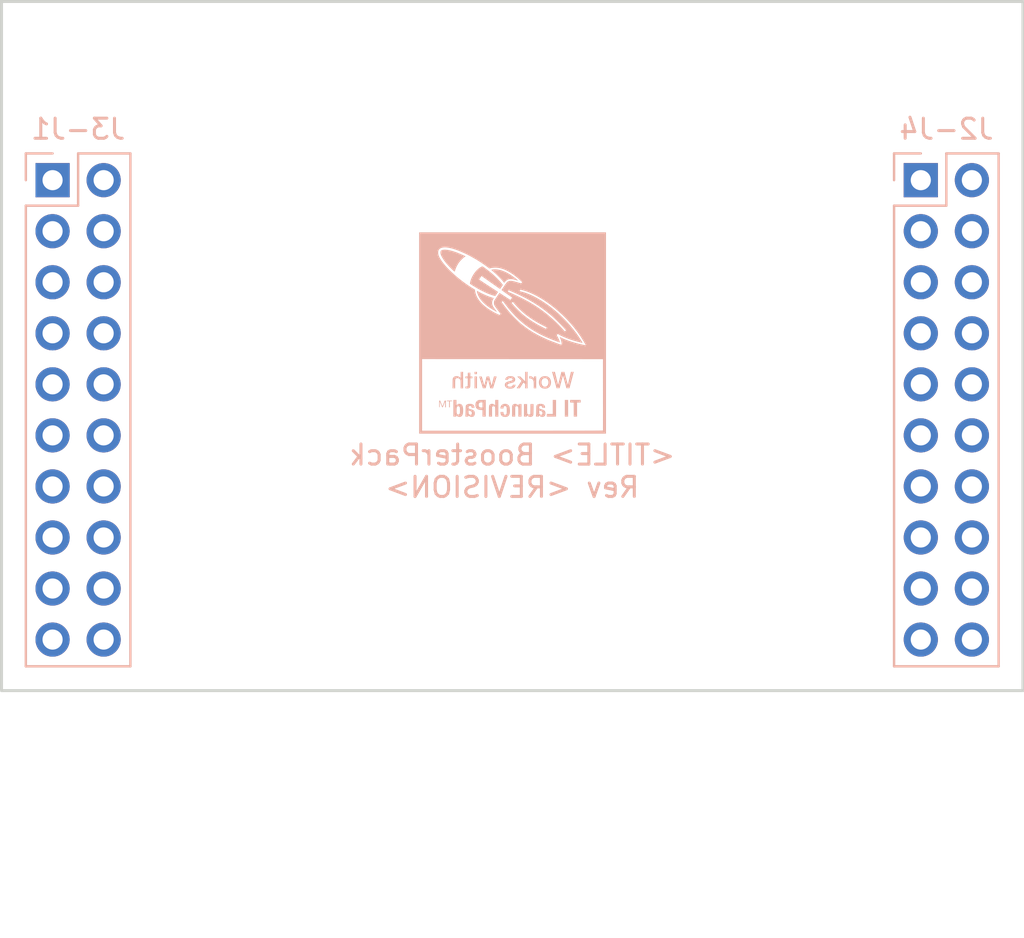
<source format=kicad_pcb>
(kicad_pcb (version 20211014) (generator pcbnew)
  (title_block (title "<TITLE>") (rev "<REVISION>"))
  (layers (0 "F.Cu" signal) (31 "B.Cu" signal) (34 "B.Paste" user) (35 "F.Paste" user) (36 "B.SilkS" user "B.Silkscreen") (37 "F.SilkS" user "F.Silkscreen") (38 "B.Mask" user) (39 "F.Mask" user) (44 "Edge.Cuts" user))
  (net 0 "")
  (net 1 "/D[10]{slash}SDA")
  (net 2 "/D[9]{slash}SCL")
  (net 3 "/D[8]")
  (net 4 "/D[7]{slash}SPI.CLK")
  (net 5 "/D[5]")
  (net 6 "/D[4]{slash}UART.TX")
  (net 7 "/D[3]{slash}UART.RX")
  (net 8 "+3V3")
  (net 9 "/D[11]")
  (net 10 "/D[12]{slash}SPI.CS")
  (net 11 "/D[13]{slash}SPI.CS")
  (net 12 "/D[14]{slash}SPI.MISO")
  (net 13 "/D[15]{slash}SPI.MOSI")
  (net 14 "/RST{slash}D[16]")
  (net 15 "/D[17]")
  (net 16 "/D[18]{slash}SPI.CS")
  (net 17 "/*D[19]")
  (net 18 "GND")
  (net 19 "/D[30]{slash}DAC")
  (net 20 "/D[29]{slash}DAC")
  (net 21 "/D[28]{slash}ADC")
  (net 22 "/D[27]{slash}ADC")
  (net 23 "/D[26]{slash}ADC")
  (net 24 "/D[6]{slash}ADC")
  (net 25 "/D[25]{slash}ADC")
  (net 26 "/D[24]{slash}ADC")
  (net 27 "/D[23]{slash}ADC")
  (net 28 "/D[2]{slash}ADC")
  (net 29 "+5V")
  (net 30 "/D[31]")
  (net 31 "/D[32]")
  (net 32 "/D[33]")
  (net 33 "/D[34]")
  (net 34 "/D[35]{slash}TC")
  (net 35 "/D[36]{slash}TC")
  (net 36 "/*D[37]")
  (net 37 "/*D[38]")
  (net 38 "/*D[39]")
  (net 39 "/*D[40]")
  (footprint "Connector_PinSocket_2.54mm:PinSocket_2x10_P2.54mm_Vertical" (layer "B.Cu") (at 102.54 74.6 180)
    (fp_text reference "J3-J1" (at -1.27 2.54) (layer "B.SilkS") (effects (justify mirror)))
    (fp_text value "Conn_01x10" hide)
    (pad "1" thru_hole rect locked (at 0 0 180) (size 1.7 1.7) (drill 1) (layers *.Cu *.Mask) (net 8 "+3V3"))
    (pad "2" thru_hole oval locked (at -2.54 0 180) (size 1.7 1.7) (drill 1) (layers *.Cu *.Mask) (net 29 "+5V"))
    (pad "3" thru_hole oval locked (at 0 -2.54 180) (size 1.7 1.7) (drill 1) (layers *.Cu *.Mask) (net 28 "/D[2]{slash}ADC"))
    (pad "4" thru_hole oval locked (at -2.54 -2.54 180) (size 1.7 1.7) (drill 1) (layers *.Cu *.Mask) (net 18 "GND"))
    (pad "5" thru_hole oval locked (at 0 -5.08 180) (size 1.7 1.7) (drill 1) (layers *.Cu *.Mask) (net 7 "/D[3]{slash}UART.RX"))
    (pad "6" thru_hole oval locked (at -2.54 -5.08 180) (size 1.7 1.7) (drill 1) (layers *.Cu *.Mask) (net 27 "/D[23]{slash}ADC"))
    (pad "7" thru_hole oval locked (at 0 -7.62 180) (size 1.7 1.7) (drill 1) (layers *.Cu *.Mask) (net 6 "/D[4]{slash}UART.TX"))
    (pad "8" thru_hole oval locked (at -2.54 -7.62 180) (size 1.7 1.7) (drill 1) (layers *.Cu *.Mask) (net 26 "/D[24]{slash}ADC"))
    (pad "9" thru_hole oval locked (at 0 -10.16 180) (size 1.7 1.7) (drill 1) (layers *.Cu *.Mask) (net 5 "/D[5]"))
    (pad "10" thru_hole oval locked (at -2.54 -10.16 180) (size 1.7 1.7) (drill 1) (layers *.Cu *.Mask) (net 25 "/D[25]{slash}ADC"))
    (pad "11" thru_hole oval locked (at 0 -12.7 180) (size 1.7 1.7) (drill 1) (layers *.Cu *.Mask) (net 24 "/D[6]{slash}ADC"))
    (pad "12" thru_hole oval locked (at -2.54 -12.7 180) (size 1.7 1.7) (drill 1) (layers *.Cu *.Mask) (net 23 "/D[26]{slash}ADC"))
    (pad "13" thru_hole oval locked (at 0 -15.24 180) (size 1.7 1.7) (drill 1) (layers *.Cu *.Mask) (net 4 "/D[7]{slash}SPI.CLK"))
    (pad "14" thru_hole oval locked (at -2.54 -15.24 180) (size 1.7 1.7) (drill 1) (layers *.Cu *.Mask) (net 22 "/D[27]{slash}ADC"))
    (pad "15" thru_hole oval locked (at 0 -17.78 180) (size 1.7 1.7) (drill 1) (layers *.Cu *.Mask) (net 3 "/D[8]"))
    (pad "16" thru_hole oval locked (at -2.54 -17.78 180) (size 1.7 1.7) (drill 1) (layers *.Cu *.Mask) (net 21 "/D[28]{slash}ADC"))
    (pad "17" thru_hole oval locked (at 0 -20.32 180) (size 1.7 1.7) (drill 1) (layers *.Cu *.Mask) (net 2 "/D[9]{slash}SCL"))
    (pad "18" thru_hole oval locked (at -2.54 -20.32 180) (size 1.7 1.7) (drill 1) (layers *.Cu *.Mask) (net 20 "/D[29]{slash}DAC"))
    (pad "19" thru_hole oval locked (at 0 -22.86 180) (size 1.7 1.7) (drill 1) (layers *.Cu *.Mask) (net 1 "/D[10]{slash}SDA"))
    (pad "20" thru_hole oval locked (at -2.54 -22.86 180) (size 1.7 1.7) (drill 1) (layers *.Cu *.Mask) (net 19 "/D[30]{slash}DAC"))
  )
  (footprint "Connector_PinSocket_2.54mm:PinSocket_2x10_P2.54mm_Vertical" (layer "B.Cu") (at 145.72 74.6 180)
    (fp_text reference "J2-J4" (at -1.27 2.54) (layer "B.SilkS") (effects (justify mirror)))
    (fp_text value "Conn_01x10" hide)
    (pad "1" thru_hole rect locked (at 0 0 180) (size 1.7 1.7) (drill 1) (layers *.Cu *.Mask) (net 39 "/*D[40]"))
    (pad "2" thru_hole oval locked (at -2.54 0 180) (size 1.7 1.7) (drill 1) (layers *.Cu *.Mask) (net 18 "GND"))
    (pad "3" thru_hole oval locked (at 0 -2.54 180) (size 1.7 1.7) (drill 1) (layers *.Cu *.Mask) (net 38 "/*D[39]"))
    (pad "4" thru_hole oval locked (at -2.54 -2.54 180) (size 1.7 1.7) (drill 1) (layers *.Cu *.Mask) (net 17 "/*D[19]"))
    (pad "5" thru_hole oval locked (at 0 -5.08 180) (size 1.7 1.7) (drill 1) (layers *.Cu *.Mask) (net 37 "/*D[38]"))
    (pad "6" thru_hole oval locked (at -2.54 -5.08 180) (size 1.7 1.7) (drill 1) (layers *.Cu *.Mask) (net 16 "/D[18]{slash}SPI.CS"))
    (pad "7" thru_hole oval locked (at 0 -7.62 180) (size 1.7 1.7) (drill 1) (layers *.Cu *.Mask) (net 36 "/*D[37]"))
    (pad "8" thru_hole oval locked (at -2.54 -7.62 180) (size 1.7 1.7) (drill 1) (layers *.Cu *.Mask) (net 15 "/D[17]"))
    (pad "9" thru_hole oval locked (at 0 -10.16 180) (size 1.7 1.7) (drill 1) (layers *.Cu *.Mask) (net 35 "/D[36]{slash}TC"))
    (pad "10" thru_hole oval locked (at -2.54 -10.16 180) (size 1.7 1.7) (drill 1) (layers *.Cu *.Mask) (net 14 "/RST{slash}D[16]"))
    (pad "11" thru_hole oval locked (at 0 -12.7 180) (size 1.7 1.7) (drill 1) (layers *.Cu *.Mask) (net 34 "/D[35]{slash}TC"))
    (pad "12" thru_hole oval locked (at -2.54 -12.7 180) (size 1.7 1.7) (drill 1) (layers *.Cu *.Mask) (net 13 "/D[15]{slash}SPI.MOSI"))
    (pad "13" thru_hole oval locked (at 0 -15.24 180) (size 1.7 1.7) (drill 1) (layers *.Cu *.Mask) (net 33 "/D[34]"))
    (pad "14" thru_hole oval locked (at -2.54 -15.24 180) (size 1.7 1.7) (drill 1) (layers *.Cu *.Mask) (net 12 "/D[14]{slash}SPI.MISO"))
    (pad "15" thru_hole oval locked (at 0 -17.78 180) (size 1.7 1.7) (drill 1) (layers *.Cu *.Mask) (net 32 "/D[33]"))
    (pad "16" thru_hole oval locked (at -2.54 -17.78 180) (size 1.7 1.7) (drill 1) (layers *.Cu *.Mask) (net 11 "/D[13]{slash}SPI.CS"))
    (pad "17" thru_hole oval locked (at 0 -20.32 180) (size 1.7 1.7) (drill 1) (layers *.Cu *.Mask) (net 31 "/D[32]"))
    (pad "18" thru_hole oval locked (at -2.54 -20.32 180) (size 1.7 1.7) (drill 1) (layers *.Cu *.Mask) (net 10 "/D[12]{slash}SPI.CS"))
    (pad "19" thru_hole oval locked (at 0 -22.86 180) (size 1.7 1.7) (drill 1) (layers *.Cu *.Mask) (net 30 "/D[31]"))
    (pad "20" thru_hole oval locked (at -2.54 -22.86 180) (size 1.7 1.7) (drill 1) (layers *.Cu *.Mask) (net 9 "/D[11]"))
  )
  (footprint "LOGO" (layer "B.Cu") (at 125.4 82.22 180)
    (fp_text reference "G1" hide)
    (fp_text value "LaunchPad-Logo" hide)
  )
  (gr_rect (start 100 100) (end 150.8 65.71) (layer "Edge.Cuts") (width 0.14986) (fill none))
  (gr_text "${TITLE} BoosterPack\nRev ${REVISION}" (at 125.4 89.078) (layer "B.SilkS") (effects (font (size 1 1)) (justify mirror)))
)
</source>
